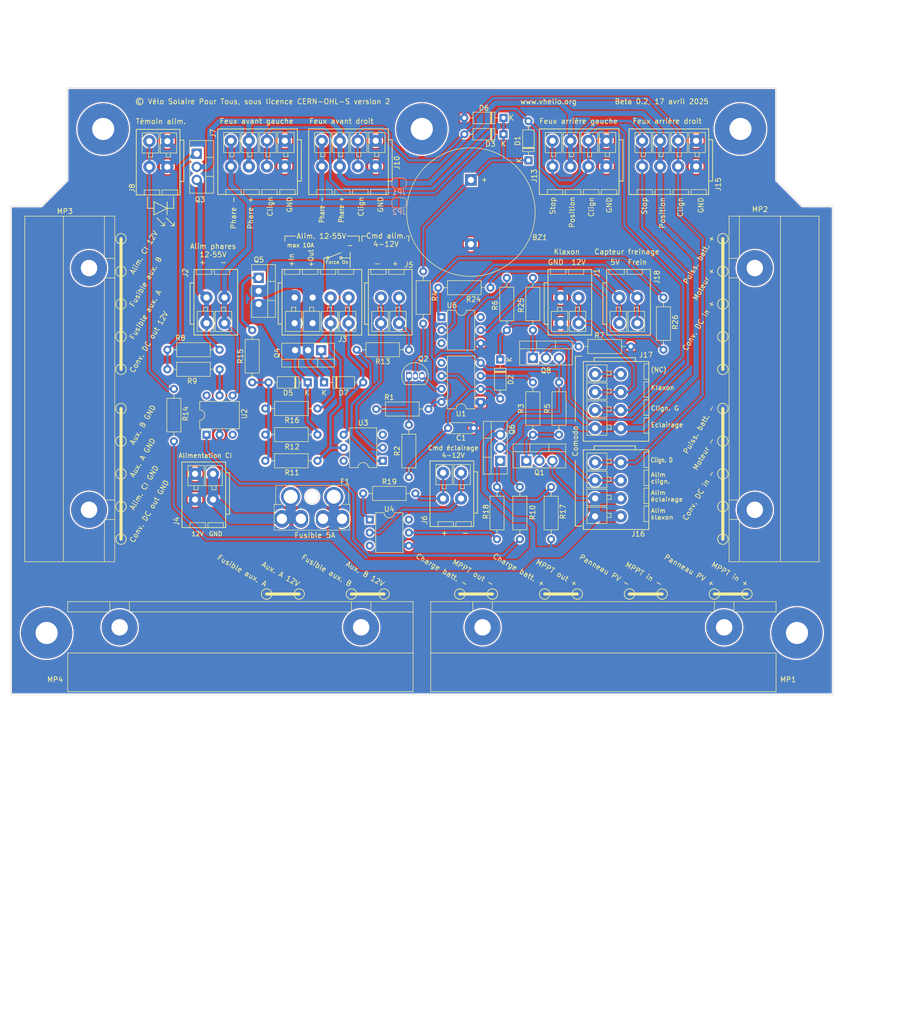
<source format=kicad_pcb>
(kicad_pcb (version 20211014) (generator pcbnew)

  (general
    (thickness 1.6)
  )

  (paper "A4")
  (layers
    (0 "F.Cu" signal)
    (31 "B.Cu" signal)
    (32 "B.Adhes" user "B.Adhesive")
    (33 "F.Adhes" user "F.Adhesive")
    (34 "B.Paste" user)
    (35 "F.Paste" user)
    (36 "B.SilkS" user "B.Silkscreen")
    (37 "F.SilkS" user "F.Silkscreen")
    (38 "B.Mask" user)
    (39 "F.Mask" user)
    (40 "Dwgs.User" user "User.Drawings")
    (41 "Cmts.User" user "User.Comments")
    (42 "Eco1.User" user "User.Eco1")
    (43 "Eco2.User" user "User.Eco2")
    (44 "Edge.Cuts" user)
    (45 "Margin" user)
    (46 "B.CrtYd" user "B.Courtyard")
    (47 "F.CrtYd" user "F.Courtyard")
    (48 "B.Fab" user)
    (49 "F.Fab" user)
    (50 "User.1" user)
    (51 "User.2" user)
    (52 "User.3" user)
    (53 "User.4" user)
    (54 "User.5" user)
    (55 "User.6" user)
    (56 "User.7" user)
    (57 "User.8" user)
    (58 "User.9" user)
  )

  (setup
    (stackup
      (layer "F.SilkS" (type "Top Silk Screen"))
      (layer "F.Paste" (type "Top Solder Paste"))
      (layer "F.Mask" (type "Top Solder Mask") (thickness 0.01))
      (layer "F.Cu" (type "copper") (thickness 0.035))
      (layer "dielectric 1" (type "core") (thickness 1.51) (material "FR4") (epsilon_r 4.5) (loss_tangent 0.02))
      (layer "B.Cu" (type "copper") (thickness 0.035))
      (layer "B.Mask" (type "Bottom Solder Mask") (thickness 0.01))
      (layer "B.Paste" (type "Bottom Solder Paste"))
      (layer "B.SilkS" (type "Bottom Silk Screen"))
      (copper_finish "None")
      (dielectric_constraints no)
    )
    (pad_to_mask_clearance 0)
    (pcbplotparams
      (layerselection 0x00010e0_ffffffff)
      (disableapertmacros false)
      (usegerberextensions false)
      (usegerberattributes true)
      (usegerberadvancedattributes true)
      (creategerberjobfile true)
      (svguseinch false)
      (svgprecision 6)
      (excludeedgelayer true)
      (plotframeref false)
      (viasonmask false)
      (mode 1)
      (useauxorigin false)
      (hpglpennumber 1)
      (hpglpenspeed 20)
      (hpglpendiameter 15.000000)
      (dxfpolygonmode true)
      (dxfimperialunits true)
      (dxfusepcbnewfont true)
      (psnegative false)
      (psa4output false)
      (plotreference true)
      (plotvalue true)
      (plotinvisibletext false)
      (sketchpadsonfab false)
      (subtractmaskfromsilk false)
      (outputformat 1)
      (mirror false)
      (drillshape 0)
      (scaleselection 1)
      (outputdirectory "")
    )
  )

  (net 0 "")
  (net 1 "GND")
  (net 2 "Net-(F1-Pad2)")
  (net 3 "Net-(D1-Pad2)")
  (net 4 "Net-(D3-Pad2)")
  (net 5 "/Phares")
  (net 6 "Net-(J1-Pad2)")
  (net 7 "/Flasher/Out")
  (net 8 "unconnected-(J17-Pad1)")
  (net 9 "/12V_5A")
  (net 10 "/Flasher/Enable")
  (net 11 "/Contacteur Phares/Input")
  (net 12 "/Contacteur Phares/GND")
  (net 13 "/Contacteur Phares/Output")
  (net 14 "Net-(D4-Pad2)")
  (net 15 "/Conv12V_In.Vbatt")
  (net 16 "/Contacteur alim./Input")
  (net 17 "/Contacteur alim./SW_On")
  (net 18 "/Contacteur alim./GND")
  (net 19 "/Contacteur alim./Cmd_GND")
  (net 20 "/Contacteur alim./Cmd_On")
  (net 21 "/Contacteur Eclairage/Cmd_On")
  (net 22 "/Contacteur Eclairage/Cmd_GND")
  (net 23 "Net-(Q4-Pad1)")
  (net 24 "Net-(Q5-Pad1)")
  (net 25 "Net-(C1-Pad1)")
  (net 26 "Net-(D2-Pad1)")
  (net 27 "Net-(D5-Pad2)")
  (net 28 "Net-(Q1-Pad1)")
  (net 29 "Net-(Q2-Pad1)")
  (net 30 "Net-(Q2-Pad2)")
  (net 31 "Net-(Q2-Pad3)")
  (net 32 "Net-(Q3-Pad1)")
  (net 33 "Net-(Q6-Pad1)")
  (net 34 "Net-(R3-Pad1)")
  (net 35 "Net-(R9-Pad2)")
  (net 36 "Net-(R10-Pad1)")
  (net 37 "Net-(R13-Pad1)")
  (net 38 "Net-(R18-Pad2)")
  (net 39 "Net-(R19-Pad1)")
  (net 40 "unconnected-(U1-Pad5)")
  (net 41 "unconnected-(U2-Pad3)")
  (net 42 "unconnected-(U2-Pad6)")
  (net 43 "unconnected-(U3-Pad3)")
  (net 44 "unconnected-(U3-Pad6)")
  (net 45 "unconnected-(U4-Pad3)")
  (net 46 "unconnected-(U4-Pad6)")
  (net 47 "/Contacteur feux stop/FeuxStop")
  (net 48 "/Contacteur feux stop/5V_Frein")
  (net 49 "/Contacteur feux stop/Signal_Frein")
  (net 50 "Net-(Q8-Pad1)")
  (net 51 "Net-(R24-Pad1)")
  (net 52 "Net-(R25-Pad1)")
  (net 53 "unconnected-(U6-Pad3)")
  (net 54 "unconnected-(U6-Pad6)")

  (footprint "circuit:Wago_221-500_SplicingConnectorHolder" (layer "F.Cu") (at 95.25 82.55 90))

  (footprint "circuit:TerminalBlock_Wago_2601-3102_1x02_P3.50mm_Vertical" (layer "F.Cu") (at 198.429997 64.77))

  (footprint "circuit:MountingHole_5mm" (layer "F.Cu") (at 87 130))

  (footprint "Resistor_THT:R_Axial_DIN0207_L6.3mm_D2.5mm_P10.16mm_Horizontal" (layer "F.Cu") (at 147.32 74.93))

  (footprint "circuit:Buzzer_25x16_12.5" (layer "F.Cu") (at 169.545 41.91 -90))

  (footprint "Package_DIP:DIP-6_W7.62mm" (layer "F.Cu") (at 163.83 68.58))

  (footprint "Diode_THT:D_DO-35_SOD27_P7.62mm_Horizontal" (layer "F.Cu") (at 140.97 81.28))

  (footprint "Resistor_THT:R_Axial_DIN0207_L6.3mm_D2.5mm_P10.16mm_Horizontal" (layer "F.Cu") (at 174.625 101.6 -90))

  (footprint "Resistor_THT:R_Axial_DIN0207_L6.3mm_D2.5mm_P10.16mm_Horizontal" (layer "F.Cu") (at 176.53 60.96 -90))

  (footprint "circuit:TO-220-3_Vertical" (layer "F.Cu") (at 140.415001 75.02 180))

  (footprint "circuit:Generic_FuseHolder_MINI" (layer "F.Cu") (at 144.475 107.805 180))

  (footprint "Resistor_THT:R_Axial_DIN0207_L6.3mm_D2.5mm_P10.16mm_Horizontal" (layer "F.Cu") (at 161.29 86.46 180))

  (footprint "Package_DIP:DIP-8_W7.62mm" (layer "F.Cu") (at 171.45 85.09 180))

  (footprint "circuit:TerminalBlock_Wago_2601-3102_1x02_P3.50mm_Vertical" (layer "F.Cu") (at 119.38 104.06 180))

  (footprint "Resistor_THT:R_Axial_DIN0207_L6.3mm_D2.5mm_P10.16mm_Horizontal" (layer "F.Cu") (at 157.48 89.535 -90))

  (footprint "Resistor_THT:R_Axial_DIN0207_L6.3mm_D2.5mm_P10.16mm_Horizontal" (layer "F.Cu") (at 163.195 62.865))

  (footprint "Resistor_THT:R_Axial_DIN0207_L6.3mm_D2.5mm_P10.16mm_Horizontal" (layer "F.Cu") (at 207.01 64.77 -90))

  (footprint "Resistor_THT:R_Axial_DIN0207_L6.3mm_D2.5mm_P10.16mm_Horizontal" (layer "F.Cu") (at 179.07 111.76 90))

  (footprint "circuit:MountingHole_5mm" (layer "F.Cu") (at 98 32))

  (footprint "circuit:TerminalBlock_Wago_2601-3104_1x04_P3.50mm_Vertical" (layer "F.Cu") (at 195.920004 39.29 180))

  (footprint "circuit:TO-220-3_Vertical" (layer "F.Cu") (at 180.34 96.52))

  (footprint "Resistor_THT:R_Axial_DIN0207_L6.3mm_D2.5mm_P10.16mm_Horizontal" (layer "F.Cu") (at 110.49 78.74))

  (footprint "Diode_THT:D_DO-35_SOD27_P7.62mm_Horizontal" (layer "F.Cu") (at 137.795 81.28 180))

  (footprint "circuit:TerminalBlock_Wago_2601-3104_1x04_P3.50mm_Vertical" (layer "F.Cu") (at 213.370004 39.29 180))

  (footprint "circuit:TO-92L_Inline" (layer "F.Cu") (at 157.48 80.01))

  (footprint "circuit:MountingHole_5mm" (layer "F.Cu") (at 222 32))

  (footprint "Resistor_THT:R_Axial_DIN0207_L6.3mm_D2.5mm_P10.16mm_Horizontal" (layer "F.Cu") (at 129.54 86.36))

  (footprint "circuit:TerminalBlock_Wago_2601-3104_1x04_P3.50mm_Vertical" (layer "F.Cu") (at 133.35 39.29 180))

  (footprint "Diode_THT:D_DO-35_SOD27_P7.62mm_Horizontal" (layer "F.Cu") (at 175.895 33.02 180))

  (footprint "Resistor_THT:R_Axial_DIN0207_L6.3mm_D2.5mm_P10.16mm_Horizontal" (layer "F.Cu") (at 111.76 82.55 -90))

  (footprint "Diode_THT:D_DO-35_SOD27_P7.62mm_Horizontal" (layer "F.Cu") (at 175.26 76.835 -90))

  (footprint "Resistor_THT:R_Axial_DIN0207_L6.3mm_D2.5mm_P10.16mm_Horizontal" (layer "F.Cu") (at 181.61 81.28 -90))

  (footprint "Capacitor_THT:C_Disc_D4.3mm_W1.9mm_P5.00mm" (layer "F.Cu") (at 165.1 90.17))

  (footprint "Resistor_THT:R_Axial_DIN0207_L6.3mm_D2.5mm_P10.16mm_Horizontal" (layer "F.Cu") (at 160.274 69.85 90))

  (footprint "circuit:TerminalBlock_Wago_2601-3102_1x02_P3.50mm_Vertical" (layer "F.Cu") (at 152.055 64.77))

  (footprint "Diode_THT:D_DO-35_SOD27_P7.62mm_Horizontal" (layer "F.Cu") (at 180.75 38.1 90))

  (footprint "circuit:TerminalBlock_Wago_2601-3104_1x04_P3.50mm_Vertical" (layer "F.Cu") (at 198.7161 96.829996 -90))

  (footprint "circuit:TO-220-3_Vertical" (layer "F.Cu") (at 116.205 36.83 -90))

  (footprint "Diode_THT:D_DO-35_SOD27_P7.62mm_Horizontal" (layer "F.Cu") (at 175.895 29.845 180))

  (footprint "circuit:TerminalBlock_Wago_2601-3104_1x04_P3.50mm_Vertical" (layer "F.Cu")
    (tedit 67E5B593) (tstamp 87af2957-c7cf-4ad5-b3b0-0d3b1f7e8419)
    (at 135.255 64.77)
    (tags "Wago 2601-3104")
    (property "Sheetfile" "circuit.kicad_sch")
    (property "Sheetname" "")
    (path "/14a8bea9-2369-4417-8404-546b703c6cc5")
    (attr through_hole)
    (fp_text reference "J3" (at 8.341004 8.128 unlocked) (layer "F.SilkS")
      (effects (font (size 1 1) (thickness 0.15) italic) (justify left))
      (tstamp 75a550ee-5c56-40de-8acf-51dfdc8df774)
    )
    (fp_text value "Conn_Contacteur55V" (at 6.35 12.7 unlocked) (layer "F.Fab")
      (effects (font (size 1 1) (thickness 0.15)))
      (tstamp 0b832163-a351-433a-bb92-092f1e6d08aa)
    )
    (fp_text user "${REFERENCE}" (at -2.54 8.89 unlocked) (layer "F.Fab")
      (effects (font (size 1 1) (thickness 0.15)) (justify left))
      (tstamp 8a30490c-1e03-4c9a-b75d-5c36047969d6)
    )
    (fp_line (start 1.500004 -4.5) (end 1.500004 -5.5) (layer "F.SilkS") (width 0.12) (tstamp 042c4dc7-15da-4bf4-8443-bb77cdd2791c))
    (fp_line (start 9.900004 1.9) (end 9.90000
... [1861530 chars truncated]
</source>
